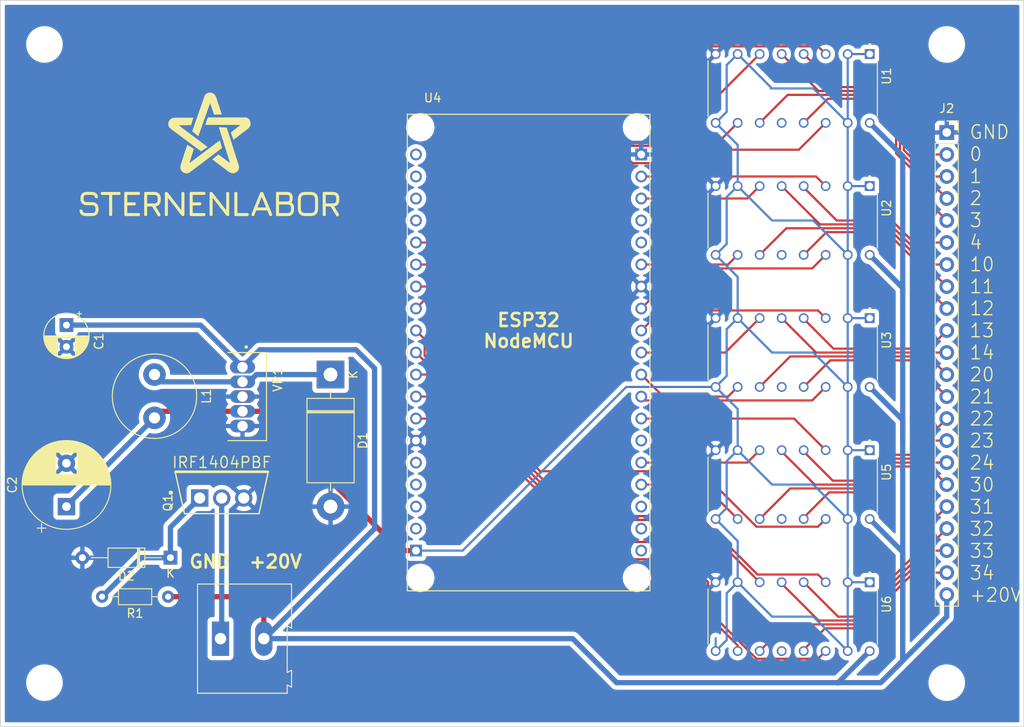
<source format=kicad_pcb>
(kicad_pcb (version 20211014) (generator pcbnew)
  (title_block (title "Vintage LED Clock Mainbord") (date "2023-04-15") (rev "1.1") (company "Sternenlabor e. V.") (comment 1 "André Fiedler <mail@andrefiedler.de>"))
  (layers (0 "F.Cu" signal) (31 "B.Cu" signal) (34 "B.Paste" user) (35 "F.Paste" user) (36 "B.SilkS" user "B.Silkscreen") (37 "F.SilkS" user "F.Silkscreen") (38 "B.Mask" user) (39 "F.Mask" user) (44 "Edge.Cuts" user))
  (net 0 "")
  (net 1 "+VDC")
  (net 2 "GND")
  (net 3 "+5V")
  (net 4 "Net-(D1-Pad1)")
  (net 5 "0")
  (net 6 "1")
  (net 7 "2")
  (net 8 "3")
  (net 9 "Net-(U2-Pad3)")
  (net 10 "4")
  (net 11 "10")
  (net 12 "Net-(U2-Pad6)")
  (net 13 "Net-(U2-Pad10)")
  (net 14 "11")
  (net 15 "12")
  (net 16 "Net-(U2-Pad14)")
  (net 17 "Net-(U3-Pad3)")
  (net 18 "13")
  (net 19 "14")
  (net 20 "Net-(U3-Pad6)")
  (net 21 "Net-(U3-Pad10)")
  (net 22 "20")
  (net 23 "21")
  (net 24 "Net-(U3-Pad14)")
  (net 25 "22")
  (net 26 "23")
  (net 27 "24")
  (net 28 "30")
  (net 29 "31")
  (net 30 "32")
  (net 31 "33")
  (net 32 "34")
  (net 47 "Net-(U4-PadJ4_16)")
  (net 48 "Net-(U4-PadJ4_15)")
  (net 49 "Net-(U4-PadJ4_13)")
  (net 50 "Net-(U4-PadJ5_11)")
  (net 51 "Net-(U4-PadJ5_9)")
  (net 52 "Net-(U4-PadJ5_7)")
  (net 53 "Net-(D2-Pad1)")
  (net 54 "Net-(J1-Pad1)")
  (net 55 "Net-(U1-Pad3)")
  (net 56 "Net-(U1-Pad6)")
  (net 57 "Net-(U1-Pad10)")
  (net 58 "Net-(U1-Pad14)")
  (net 59 "Net-(U4-PadJ5_10)")
  (net 60 "Net-(U4-PadJ5_8)")
  (footprint "LM2576T-5.0:TO170P1067X483X1651-5" (layer "F.Cu") (at 152.4 88.9 -90)
    (fp_text reference "VR1" (at -1.955 -4.055 90) (layer "F.SilkS"))
    (fp_text value "LM2576T-5.0")
    (pad "1" thru_hole oval locked (at -3.4 0 270) (size 1.45 2.9) (drill 1.2) (layers *.Cu *.Mask) (net 1 "+VDC"))
    (pad "2" thru_hole oval locked (at -1.7 0 270) (size 1.45 2.9) (drill 1.2) (layers *.Cu *.Mask) (net 4 "Net-(D1-Pad1)"))
    (pad "3" thru_hole oval locked (at 0 0 270) (size 1.45 2.9) (drill 1.2) (layers *.Cu *.Mask) (net 2 "GND"))
    (pad "4" thru_hole oval locked (at 1.7 0 270) (size 1.45 2.9) (drill 1.2) (layers *.Cu *.Mask) (net 3 "+5V"))
    (pad "5" thru_hole oval locked (at 3.4 0 270) (size 1.45 2.9) (drill 1.2) (layers *.Cu *.Mask) (net 2 "GND"))
  )
  (footprint "MountingHole:MountingHole_3.2mm_M3" (layer "F.Cu") (at 129.54 48.26)
    (fp_text reference "H1" hide)
    (fp_text value "MountingHole" hide)
    (pad "" np_thru_hole circle (at 0 0) (size 3.2 3.2) (drill 3.2) (layers *.Cu *.Mask))
  )
  (footprint "CD40109BE:DIP794W45P254L1969H508Q16" (layer "F.Cu") (at 215.9 83.82 -90)
    (fp_text reference "U3" (at -1.425 -10.835 90) (layer "F.SilkS"))
    (fp_text value "CD40109BE")
    (pad "1" thru_hole rect locked (at -3.97 -8.89 270) (size 1.13 1.13) (drill 0.78) (layers *.Cu *.Mask) (net 3 "+5V"))
    (pad "2" thru_hole circle locked (at -3.97 -6.35 270) (size 1.13 1.13) (drill 0.78) (layers *.Cu *.Mask) (net 3 "+5V"))
    (pad "3" thru_hole circle locked (at -3.97 -3.81 270) (size 1.13 1.13) (drill 0.78) (layers *.Cu *.Mask) (net 17 "Net-(U3-Pad3)"))
    (pad "4" thru_hole circle locked (at -3.97 -1.27 270) (size 1.13 1.13) (drill 0.78) (layers *.Cu *.Mask) (net 18 "13"))
    (pad "5" thru_hole circle locked (at -3.97 1.27 270) (size 1.13 1.13) (drill 0.78) (layers *.Cu *.Mask) (net 19 "14"))
    (pad "6" thru_hole circle locked (at -3.97 3.81 270) (size 1.13 1.13) (drill 0.78) (layers *.Cu *.Mask) (net 20 "Net-(U3-Pad6)"))
    (pad "7" thru_hole circle locked (at -3.97 6.35 270) (size 1.13 1.13) (drill 0.78) (layers *.Cu *.Mask) (net 3 "+5V"))
    (pad "8" thru_hole circle locked (at -3.97 8.89 270) (size 1.13 1.13) (drill 0.78) (layers *.Cu *.Mask) (net 2 "GND"))
    (pad "9" thru_hole circle locked (at 3.97 8.89 270) (size 1.13 1.13) (drill 0.78) (layers *.Cu *.Mask) (net 3 "+5V"))
    (pad "10" thru_hole circle locked (at 3.97 6.35 270) (size 1.13 1.13) (drill 0.78) (layers *.Cu *.Mask) (net 21 "Net-(U3-Pad10)"))
    (pad "11" thru_hole circle locked (at 3.97 3.81 270) (size 1.13 1.13) (drill 0.78) (layers *.Cu *.Mask) (net 22 "20"))
    (pad "12" thru_hole circle locked (at 3.97 1.27 270) (size 1.13 1.13) (drill 0.78) (layers *.Cu *.Mask))
    (pad "13" thru_hole circle locked (at 3.97 -1.27 270) (size 1.13 1.13) (drill 0.78) (layers *.Cu *.Mask) (net 23 "21"))
    (pad "14" thru_hole circle locked (at 3.97 -3.81 270) (size 1.13 1.13) (drill 0.78) (layers *.Cu *.Mask) (net 24 "Net-(U3-Pad14)"))
    (pad "15" thru_hole circle locked (at 3.97 -6.35 270) (size 1.13 1.13) (drill 0.78) (layers *.Cu *.Mask) (net 3 "+5V"))
    (pad "16" thru_hole circle locked (at 3.97 -8.89 270) (size 1.13 1.13) (drill 0.78) (layers *.Cu *.Mask) (net 1 "+VDC"))
  )
  (footprint "Connector_PinSocket_2.54mm:PinSocket_1x22_P2.54mm_Vertical" (layer "F.Cu") (at 233.68 58.42)
    (fp_text reference "J2" (at 0 -2.77) (layer "F.SilkS"))
    (fp_text value "Conn_01x22_Female" hide)
    (pad "1" thru_hole rect (at 0 0) (size 1.7 1.7) (drill 1) (layers *.Cu *.Mask) (net 2 "GND"))
    (pad "2" thru_hole oval (at 0 2.54) (size 1.7 1.7) (drill 1) (layers *.Cu *.Mask) (net 5 "0"))
    (pad "3" thru_hole oval (at 0 5.08) (size 1.7 1.7) (drill 1) (layers *.Cu *.Mask) (net 6 "1"))
    (pad "4" thru_hole oval (at 0 7.62) (size 1.7 1.7) (drill 1) (layers *.Cu *.Mask) (net 7 "2"))
    (pad "5" thru_hole oval (at 0 10.16) (size 1.7 1.7) (drill 1) (layers *.Cu *.Mask) (net 8 "3"))
    (pad "6" thru_hole oval (at 0 12.7) (size 1.7 1.7) (drill 1) (layers *.Cu *.Mask) (net 10 "4"))
    (pad "7" thru_hole oval (at 0 15.24) (size 1.7 1.7) (drill 1) (layers *.Cu *.Mask) (net 11 "10"))
    (pad "8" thru_hole oval (at 0 17.78) (size 1.7 1.7) (drill 1) (layers *.Cu *.Mask) (net 14 "11"))
    (pad "9" thru_hole oval (at 0 20.32) (size 1.7 1.7) (drill 1) (layers *.Cu *.Mask) (net 15 "12"))
    (pad "10" thru_hole oval (at 0 22.86) (size 1.7 1.7) (drill 1) (layers *.Cu *.Mask) (net 18 "13"))
    (pad "11" thru_hole oval (at 0 25.4) (size 1.7 1.7) (drill 1) (layers *.Cu *.Mask) (net 19 "14"))
    (pad "12" thru_hole oval (at 0 27.94) (size 1.7 1.7) (drill 1) (layers *.Cu *.Mask) (net 22 "20"))
    (pad "13" thru_hole oval (at 0 30.48) (size 1.7 1.7) (drill 1) (layers *.Cu *.Mask) (net 23 "21"))
    (pad "14" thru_hole oval (at 0 33.02) (size 1.7 1.7) (drill 1) (layers *.Cu *.Mask) (net 25 "22"))
    (pad "15" thru_hole oval (at 0 35.56) (size 1.7 1.7) (drill 1) (layers *.Cu *.Mask) (net 26 "23"))
    (pad "16" thru_hole oval (at 0 38.1) (size 1.7 1.7) (drill 1) (layers *.Cu *.Mask) (net 27 "24"))
    (pad "17" thru_hole oval (at 0 40.64) (size 1.7 1.7) (drill 1) (layers *.Cu *.Mask) (net 28 "30"))
    (pad "18" thru_hole oval (at 0 43.18) (size 1.7 1.7) (drill 1) (layers *.Cu *.Mask) (net 29 "31"))
    (pad "19" thru_hole oval (at 0 45.72) (size 1.7 1.7) (drill 1) (layers *.Cu *.Mask) (net 30 "32"))
    (pad "20" thru_hole oval (at 0 48.26) (size 1.7 1.7) (drill 1) (layers *.Cu *.Mask) (net 31 "33"))
    (pad "21" thru_hole oval (at 0 50.8) (size 1.7 1.7) (drill 1) (layers *.Cu *.Mask) (net 32 "34"))
    (pad "22" thru_hole oval (at 0 53.34) (size 1.7 1.7) (drill 1) (layers *.Cu *.Mask) (net 1 "+VDC"))
  )
  (footprint "Resistor_THT:R_Axial_DIN0204_L3.6mm_D1.6mm_P7.62mm_Horizontal" (layer "F.Cu") (at 143.81 112 180)
    (fp_text reference "R1" (at 3.81 -1.92) (layer "F.SilkS"))
    (fp_text value "100k")
    (pad "1" thru_hole circle (at 0 0 180) (size 1.4 1.4) (drill 0.7) (layers *.Cu *.Mask) (net 1 "+VDC"))
    (pad "2" thru_hole oval (at 7.62 0 180) (size 1.4 1.4) (drill 0.7) (layers *.Cu *.Mask) (net 53 "Net-(D2-Pad1)"))
  )
  (footprint "CD40109BE:DIP794W45P254L1969H508Q16" (layer "F.Cu") (at 215.9 68.58 -90)
    (fp_text reference "U2" (at -1.425 -10.835 90) (layer "F.SilkS"))
    (fp_text value "CD40109BE")
    (pad "1" thru_hole rect locked (at -3.97 -8.89 270) (size 1.13 1.13) (drill 0.78) (layers *.Cu *.Mask) (net 3 "+5V"))
    (pad "2" thru_hole circle locked (at -3.97 -6.35 270) (size 1.13 1.13) (drill 0.78) (layers *.Cu *.Mask) (net 3 "+5V"))
    (pad "3" thru_hole circle locked (at -3.97 -3.81 270) (size 1.13 1.13) (drill 0.78) (layers *.Cu *.Mask) (net 9 "Net-(U2-Pad3)"))
    (pad "4" thru_hole circle locked (at -3.97 -1.27 270) (size 1.13 1.13) (drill 0.78) (layers *.Cu *.Mask) (net 10 "4"))
    (pad "5" thru_hole circle locked (at -3.97 1.27 270) (size 1.13 1.13) (drill 0.78) (layers *.Cu *.Mask) (net 11 "10"))
    (pad "6" thru_hole circle locked (at -3.97 3.81 270) (size 1.13 1.13) (drill 0.78) (layers *.Cu *.Mask) (net 12 "Net-(U2-Pad6)"))
    (pad "7" thru_hole circle locked (at -3.97 6.35 270) (size 1.13 1.13) (drill 0.78) (layers *.Cu *.Mask) (net 3 "+5V"))
    (pad "8" thru_hole circle locked (at -3.97 8.89 270) (size 1.13 1.13) (drill 0.78) (layers *.Cu *.Mask) (net 2 "GND"))
    (pad "9" thru_hole circle locked (at 3.97 8.89 270) (size 1.13 1.13) (drill 0.78) (layers *.Cu *.Mask) (net 3 "+5V"))
    (pad "10" thru_hole circle locked (at 3.97 6.35 270) (size 1.13 1.13) (drill 0.78) (layers *.Cu *.Mask) (net 13 "Net-(U2-Pad10)"))
    (pad "11" thru_hole circle locked (at 3.97 3.81 270) (size 1.13 1.13) (drill 0.78) (layers *.Cu *.Mask) (net 14 "11"))
    (pad "12" thru_hole circle locked (at 3.97 1.27 270) (size 1.13 1.13) (drill 0.78) (layers *.Cu *.Mask))
    (pad "13" thru_hole circle locked (at 3.97 -1.27 270) (size 1.13 1.13) (drill 0.78) (layers *.Cu *.Mask) (net 15 "12"))
    (pad "14" thru_hole circle locked (at 3.97 -3.81 270) (size 1.13 1.13) (drill 0.78) (layers *.Cu *.Mask) (net 16 "Net-(U2-Pad14)"))
    (pad "15" thru_hole circle locked (at 3.97 -6.35 270) (size 1.13 1.13) (drill 0.78) (layers *.Cu *.Mask) (net 3 "+5V"))
    (pad "16" thru_hole circle locked (at 3.97 -8.89 270) (size 1.13 1.13) (drill 0.78) (layers *.Cu *.Mask) (net 1 "+VDC"))
  )
  (footprint "Capacitor_THT:CP_Radial_D5.0mm_P2.50mm" (layer "F.Cu") (at 132.08 80.65 -90)
    (fp_text reference "C1" (at 1.88 -3.75 90) (layer "F.SilkS"))
    (fp_text value "100uF")
    (pad "1" thru_hole rect (at 0 0 270) (size 1.6 1.6) (drill 0.8) (layers *.Cu *.Mask) (net 1 "+VDC"))
    (pad "2" thru_hole circle (at 2.5 0 270) (size 1.6 1.6) (drill 0.8) (layers *.Cu *.Mask) (net 2 "GND"))
  )
  (footprint "Inductor_THT:L_Radial_D9.5mm_P5.00mm_Fastron_07HVP" (layer "F.Cu") (at 142.24 86.36 -90)
    (fp_text reference "L1" (at 2.5 -6 90) (layer "F.SilkS"))
    (fp_text value "100uH")
    (pad "1" thru_hole circle (at 0 0 270) (size 2.6 2.6) (drill 1.3) (layers *.Cu *.Mask) (net 4 "Net-(D1-Pad1)"))
    (pad "2" thru_hole circle (at 5 0 270) (size 2.6 2.6) (drill 1.3) (layers *.Cu *.Mask) (net 3 "+5V"))
  )
  (footprint "TerminalBlock:TerminalBlock_Altech_AK300-2_P5.00mm" (layer "F.Cu") (at 149.86 116.84)
    (fp_text reference "J1" hide)
    (fp_text value "Screw_Terminal_01x02" hide)
    (pad "1" thru_hole rect (at 0 0) (size 1.98 3.96) (drill 1.32) (layers *.Cu *.Mask) (net 54 "Net-(J1-Pad1)"))
    (pad "2" thru_hole oval (at 5 0) (size 1.98 3.96) (drill 1.32) (layers *.Cu *.Mask) (net 1 "+VDC"))
  )
  (footprint "CD40109BE:DIP794W45P254L1969H508Q16" (layer "F.Cu") (at 215.9 53.34 -90)
    (fp_text reference "U1" (at -1.425 -10.835 90) (layer "F.SilkS"))
    (fp_text value "CD40109BE")
    (pad "1" thru_hole rect locked (at -3.97 -8.89 270) (size 1.13 1.13) (drill 0.78) (layers *.Cu *.Mask) (net 3 "+5V"))
    (pad "2" thru_hole circle locked (at -3.97 -6.35 270) (size 1.13 1.13) (drill 0.78) (layers *.Cu *.Mask) (net 3 "+5V"))
    (pad "3" thru_hole circle locked (at -3.97 -3.81 270) (size 1.13 1.13) (drill 0.78) (layers *.Cu *.Mask) (net 55 "Net-(U1-Pad3)"))
    (pad "4" thru_hole circle locked (at -3.97 -1.27 270) (size 1.13 1.13) (drill 0.78) (layers *.Cu *.Mask) (net 5 "0"))
    (pad "5" thru_hole circle locked (at -3.97 1.27 270) (size 1.13 1.13) (drill 0.78) (layers *.Cu *.Mask) (net 6 "1"))
    (pad "6" thru_hole circle locked (at -3.97 3.81 270) (size 1.13 1.13) (drill 0.78) (layers *.Cu *.Mask) (net 56 "Net-(U1-Pad6)"))
    (pad "7" thru_hole circle locked (at -3.97 6.35 270) (size 1.13 1.13) (drill 0.78) (layers *.Cu *.Mask) (net 3 "+5V"))
    (pad "8" thru_hole circle locked (at -3.97 8.89 270) (size 1.13 1.13) (drill 0.78) (layers *.Cu *.Mask) (net 2 "GND"))
    (pad "9" thru_hole circle locked (at 3.97 8.89 270) (size 1.13 1.13) (drill 0.78) (layers *.Cu *.Mask) (net 3 "+5V"))
    (pad "10" thru_hole circle locked (at 3.97 6.35 270) (size 1.13 1.13) (drill 0.78) (layers *.Cu *.Mask) (net 57 "Net-(U1-Pad10)"))
    (pad "11" thru_hole circle locked (at 3.97 3.81 270) (size 1.13 1.13) (drill 0.78) (layers *.Cu *.Mask) (net 7 "2"))
    (pad "12" thru_hole circle locked (at 3.97 1.27 270) (size 1.13 1.13) (drill 0.78) (layers *.Cu *.Mask))
    (pad "13" thru_hole circle locked (at 3.97 -1.27 270) (size 1.13 1.13) (drill 0.78) (layers *.Cu *.Mask) (net 8 "3"))
    (pad "14" thru_hole circle locked (at 3.97 -3.81 270) (size 1.13 1.13) (drill 0.78) (layers *.Cu *.Mask) (net 58 "Net-(U1-Pad14)"))
    (pad "15" thru_hole circle locked (at 3.97 -6.35 270) (size 1.13 1.13) (drill 0.78) (layers *.Cu *.Mask) (net 3 "+5V"))
    (pad "16" thru_hole circle locked (at 3.97 -8.89 270) (size 1.13 1.13) (drill 0.78) (layers *.Cu *.Mask) (net 1 "+VDC"))
  )
  (footprint "Diode_THT:D_DO-35_SOD27_P10.16mm_Horizontal" (layer "F.Cu") (at 144.08 107.5 180)
    (fp_text reference "D2" (at 5.08 -2.12) (layer "F.SilkS"))
    (fp_text value "ZPD15")
    (fp_text user "K" (at 0 -1.8) (layer "F.SilkS"))
    (pad "1" thru_hole rect (at 0 0 180) (size 1.6 1.6) (drill 0.8) (layers *.Cu *.Mask) (net 53 "Net-(D2-Pad1)"))
    (pad "2" thru_hole oval (at 10.16 0 180) (size 1.6 1.6) (drill 0.8) (layers *.Cu *.Mask) (net 2 "GND"))
  )
  (footprint "MountingHole:MountingHole_3.2mm_M3" (layer "F.Cu") (at 129.54 121.92)
    (fp_text reference "H3" hide)
    (fp_text value "MountingHole" hide)
    (pad "" np_thru_hole circle (at 0 0) (size 3.2 3.2) (drill 3.2) (layers *.Cu *.Mask))
  )
  (footprint "MountingHole:MountingHole_3.2mm_M3" (layer "F.Cu") (at 233.68 121.92)
    (fp_text reference "H4" hide)
    (fp_text value "MountingHole" hide)
    (pad "" np_thru_hole circle (at 0 0) (size 3.2 3.2) (drill 3.2) (layers *.Cu *.Mask))
  )
  (footprint "CD40109BE:DIP794W45P254L1969H508Q16" (layer "F.Cu") (at 215.9 114.3 -90)
    (fp_text reference "U6" (at -1.425 -10.835 90) (layer "F.SilkS"))
    (fp_text value "CD40109BE")
    (pad "1" thru_hole rect locked (at -3.97 -8.89 270) (size 1.13 1.13) (drill 0.78) (layers *.Cu *.Mask) (net 3 "+5V"))
    (pad "2" thru_hole circle locked (at -3.97 -6.35 270) (size 1.13 1.13) (drill 0.78) (layers *.Cu *.Mask) (net 3 "+5V"))
    (pad "3" thru_hole circle locked (at -3.97 -3.81 270) (size 1.13 1.13) (drill 0.78) (layers *.Cu *.Mask) (net 59 "Net-(U4-PadJ5_10)"))
    (pad "4" thru_hole circle locked (at -3.97 -1.27 270) (size 1.13 1.13) (drill 0.78) (layers *.Cu *.Mask) (net 29 "31"))
    (pad "5" thru_hole circle locked (at -3.97 1.27 270) (size 1.13 1.13) (drill 0.78) (layers *.Cu *.Mask) (net 30 "32"))
    (pad "6" thru_hole circle locked (at -3.97 3.81 270) (size 1.13 1.13) (drill 0.78) (layers *.Cu *.Mask) (net 51 "Net-(U4-PadJ5_9)"))
    (pad "7" thru_hole circle locked (at -3.97 6.35 270) (size 1.13 1.13) (drill 0.78) (layers *.Cu *.Mask) (net 3 "+5V"))
    (pad "8" thru_hole circle locked (at -3.97 8.89 270) (size 1.13 1.13) (drill 0.78) (layers *.Cu *.Mask) (net 2 "GND"))
    (pad "9" thru_hole circle locked (at 3.97 8.89 270) (size 1.13 1.13) (drill 0.78) (layers *.Cu *.Mask) (net 3 "+5V"))
    (pad "10" thru_hole circle locked (at 3.97 6.35 270) (size 1.13 1.13) (drill 0.78) (layers *.Cu *.Mask) (net 52 "Net-(U4-PadJ5_7)"))
    (pad "11" thru_hole circle locked (at 3.97 3.81 270) (size 1.13 1.13) (drill 0.78) (layers *.Cu *.Mask) (net 31 "33"))
    (pad "12" thru_hole circle locked (at 3.97 1.27 270) (size 1.13 1.13) (drill 0.78) (layers *.Cu *.Mask))
    (pad "13" thru_hole circle locked (at 3.97 -1.27 270) (size 1.13 1.13) (drill 0.78) (layers *.Cu *.Mask) (net 32 "34"))
    (pad "14" thru_hole circle locked (at 3.97 -3.81 270) (size 1.13 1.13) (drill 0.78) (layers *.Cu *.Mask) (net 60 "Net-(U4-PadJ5_8)"))
    (pad "15" thru_hole circle locked (at 3.97 -6.35 270) (size 1.13 1.13) (drill 0.78) (layers *.Cu *.Mask) (net 3 "+5V"))
    (pad "16" thru_hole circle locked (at 3.97 -8.89 270) (size 1.13 1.13) (drill 0.78) (layers *.Cu *.Mask) (net 1 "+VDC"))
  )
  (footprint "IRF1404PBF:Infineon_Technologies-PG-TO220-3-02_2008-904-MFG" (layer "F.Cu") (at 150 100 90)
    (fp_text reference "Q1" (at -2.265 -6.2 90) (layer "F.SilkS") (effects (justify left)))
    (fp_text value "IRF1404PBF" (at 3.5 0 180) (layer "F.SilkS") (effects (font (size 1.27 1.27))))
    (pad "1" thru_hole rect locked (at -0.61 -2.54 90) (size 2 2) (drill 1.3) (layers *.Cu) (net 53 "Net-(D2-Pad1)"))
    (pad "2" thru_hole circle locked (at -0.61 0 90) (size 2 2) (drill 1.3) (layers *.Cu) (net 54 "Net-(J1-Pad1)"))
    (pad "3" thru_hole circle locked (at -0.61 2.54 90) (size 2 2) (drill 1.3) (layers *.Cu) (net 2 "GND"))
  )
  (footprint "MODULE_ESP32_NODEMCU:MODULE_ESP32_NODEMCU" (layer "F.Cu") (at 185.42 83.82)
    (fp_text reference "U4" (at -11.075 -29.385) (layer "F.SilkS"))
    (fp_text value "ESP32_NODEMCU")
    (pad "" np_thru_hole circle locked (at -12.5 -26) (size 2.25 2.25) (drill 2.25) (layers *.Cu *.Mask))
    (pad "" np_thru_hole circle locked (at 12.5 26) (size 2.25 2.25) (drill 2.25) (layers *.Cu *.Mask))
    (pad "" np_thru_hole circle locked (at 12.5 -26) (size 2.25 2.25) (drill 2.25) (layers *.Cu *.Mask))
    (pad "" np_thru_hole circle locked (at -12.5 26) (size 2.25 2.25) (drill 2.25) (layers *.Cu *.Mask))
    (pad "J4_1" thru_hole rect locked (at 13 -22.86) (size 1.35 1.35) (drill 0.9) (layers *.Cu *.Mask) (net 2 "GND"))
    (pad "J4_2" thru_hole circle locked (at 13 -20.32) (size 1.35 1.35) (drill 0.9) (layers *.Cu *.Mask) (net 9 "Net-(U2-Pad3)"))
    (pad "J4_3" thru_hole circle locked (at 13 -17.78) (size 1.35 1.35) (drill 0.9) (layers *.Cu *.Mask) (net 12 "Net-(U2-Pad6)"))
    (pad "J4_4" thru_hole circle locked (at 13 -15.24) (size 1.35 1.35) (drill 0.9) (layers *.Cu *.Mask))
    (pad "J4_5" thru_hole circle locked (at 13 -12.7) (size 1.35 1.35) (drill 0.9) (layers *.Cu *.Mask))
    (pad "J4_6" thru_hole circle locked (at 13 -10.16) (size 1.35 1.35) (drill 0.9) (layers *.Cu *.Mask) (net 13 "Net-(U2-Pad10)"))
    (pad "J4_7" thru_hole circle locked (at 13 -7.62) (size 1.35 1.35) (drill 0.9) (layers *.Cu *.Mask) (net 2 "GND"))
    (pad "J4_8" thru_hole circle locked (at 13 -5.08) (size 1.35 1.35) (drill 0.9) (layers *.Cu *.Mask) (net 16 "Net-(U2-Pad14)"))
    (pad "J4_9" thru_hole circle locked (at 13 -2.54) (size 1.35 1.35) (drill 0.9) (layers *.Cu *.Mask) (net 17 "Net-(U3-Pad3)"))
    (pad "J4_10" thru_hole circle locked (at 13 0) (size 1.35 1.35) (drill 0.9) (layers *.Cu *.Mask) (net 20 "Net-(U3-Pad6)"))
    (pad "J4_11" thru_hole circle locked (at 13 2.54) (size 1.35 1.35) (drill 0.9) (layers *.Cu *.Mask) (net 21 "Net-(U3-Pad10)"))
    (pad "J4_12" thru_hole circle locked (at 13 5.08) (size 1.35 1.35) (drill 0.9) (layers *.Cu *.Mask) (net 24 "Net-(U3-Pad14)"))
    (pad "J4_13" thru_hole circle locked (at 13 7.62) (size 1.35 1.35) (drill 0.9) (layers *.Cu *.Mask) (net 49 "Net-(U4-PadJ4_13)"))
    (pad "J4_14" thru_hole circle locked (at 13 10.16) (size 1.35 1.35) (drill 0.9) (layers *.Cu *.Mask))
    (pad "J4_15" thru_hole circle locked (at 13 12.7) (size 1.35 1.35) (drill 0.9) (layers *.Cu *.Mask) (net 48 "Net-(U4-PadJ4_15)"))
    (pad "J4_16" thru_hole circle locked (at 13 15.24) (size 1.35 1.35) (drill 0.9) (layers *.Cu *.Mask) (net 47 "Net-(U4-PadJ4_16)"))
    (pad "J4_17" thru_hole circle locked (at 13 17.78) (size 1.35 1.35) (drill 0.9) (layers *.Cu *.Mask))
    (pad "J4_18" thru_hole circle locked (at 13 20.32) (size 1.35 1.35) (drill 0.9) (layers *.Cu *.Mask))
    (pad "J4_19" thru_hole circle locked (at 13 22.86) (size 1.35 1.35) (drill 0.9) (layers *.Cu *.Mask))
    (pad "J5_1" thru_hole rect locked (at -13 22.86) (size 1.35 1.35) (drill 0.9) (layers *.Cu *.Mask) (net 3 "+5V"))
    (pad "J5_2" thru_hole circle locked (at -13 20.32) (size 1.35 1.35) (drill 0.9) (layers *.Cu *.Mask))
    (pad "J5_3" thru_hole circle locked (at -13 17.78) (size 1.35 1.35) (drill 0.9) (layers *.Cu *.Mask))
    (pad "J5_4" thru_hole circle locked (at -13 15.24) (size 1.35 1.35) (drill 0.9) (layers *.Cu *.Mask))
    (pad "J5_5" thru_hole circle locked (at -13 12.7) (size 1.35 1.35) (drill 0.9) (layers *.Cu *.Mask))
    (pad "J5_6" thru_hole circle locked (at -13 10.16) (size 1.35 1.35) (drill 0.9) (layers *.Cu *.Mask) (net 2 "GND"))
    (pad "J5_7" thru_hole circle locked (at -13 7.62) (size 1.35 1.35) (drill 0.9) (layers *.Cu *.Mask) (net 52 "Net-(U4-PadJ5_7)"))
    (pad "J5_8" thru_hole circle locked (at -13 5.08) (size 1.35 1.35) (drill 0.9) (layers *.Cu *.Mask) (net 60 "Net-(U4-PadJ5_8)"))
    (pad "J5_9" thru_hole circle locked (at -13 2.54) (size 1.35 1.35) (drill 0.9) (layers *.Cu *.Mask) (net 51 "Net-(U4-PadJ5_9)"))
    (pad "J5_10" thru_hole circle locked (at -13 0) (size 1.35 1.35) (drill 0.9) (layers *.Cu *.Mask) (net 59 "Net-(U4-PadJ5_10)"))
    (pad "J5_11" thru_hole circle locked (at -13 -2.54) (size 1.35 1.35) (drill 0.9) (layers *.Cu *.Mask) (net 50 "Net-(U4-PadJ5_11)"))
    (pad "J5_12" thru_hole circle locked (at -13 -5.08) (size 1.35 1.35) (drill 0.9) (layers *.Cu *.Mask) (net 58 "Net-(U1-Pad14)"))
    (pad "J5_13" thru_hole circle locked (at -13 -7.62) (size 1.35 1.35) (drill 0.9) (layers *.Cu *.Mask) (net 57 "Net-(U1-Pad10)"))
    (pad "J5_14" thru_hole circle locked (at -13 -10.16) (size 1.35 1.35) (drill 0.9) (layers *.Cu *.Mask) (net 56 "Net-(U1-Pad6)"))
    (pad "J5_15" thru_hole circle locked (at -13 -12.7) (size 1.35 1.35) (drill 0.9) (layers *.Cu *.Mask) (net 55 "Net-(U1-Pad3)"))
    (pad "J5_16" thru_hole circle locked (at -13 -15.24) (size 1.35 1.35) (drill 0.9) (layers *.Cu *.Mask))
    (pad "J5_17" thru_hole circle locked (at -13 -17.78) (size 1.35 1.35) (drill 0.9) (layers *.Cu *.Mask))
    (pad "J5_18" thru_hole circle locked (at -13 -20.32) (size 1.35 1.35) (drill 0.9) (layers *.Cu *.Mask))
    (pad "J5_19" thru_hole circle locked (at -13 -22.86) (size 1.35 1.35) (drill 0.9) (layers *.Cu *.Mask))
  )
  (footprint "MountingHole:MountingHole_3.2mm_M3" (layer "F.Cu") (at 233.68 48.26)
    (fp_text reference "H2" hide)
    (fp_text value "MountingHole" hide)
    (pad "" np_thru_hole circle (at 0 0) (size 3.2 3.2) (drill 3.2) (layers *.Cu *.Mask))
  )
  (footprint "Capacitor_THT:CP_Radial_D10.0mm_P5.00mm" (layer "F.Cu") (at 132.08 101.6 90)
    (fp_text reference "C2" (at 2.5 -6.25 90) (layer "F.SilkS"))
    (fp_text value "1000uF")
    (pad "1" thru_hole rect (at 0 0 90) (size 2 2) (drill 1) (layers *.Cu *.Mask) (net 3 "+5V"))
    (pad "2" thru_hole circle (at 5 0 90) (size 2 2) (drill 1) (layers *.Cu *.Mask) (net 2 "GND"))
  )
  (footprint "LOGO" (layer "F.Cu") (at 148.59 60.96)
    (fp_text reference "G***" hide)
    (fp_text value "LOGO" hide)
  )
  (footprint "Diode_THT:D_DO-201AD_P15.24mm_Horizontal" (layer "F.Cu") (at 162.56 86.36 -90)
    (fp_text reference "D1" (at 7.62 -3.72 90) (layer "F.SilkS"))
    (fp_text value "1N5822")
    (fp_text user "K" (at 0 -2.6 90) (layer "F.SilkS"))
    (pad "1" thru_hole rect (at 0 0 270) (size 3.2 3.2) (drill 1.6) (layers *.Cu *.Mask) (net 4 "Net-(D1-Pad1)"))
    (pad "2" thru_hole oval (at 15.24 0 270) (size 3.2 3.2) (drill 1.6) (layers *.Cu *.Mask) (net 2 "GND"))
  )
  (footprint "CD40109BE:DIP794W45P254L1969H508Q16" (layer "F.Cu") (at 215.9 99.06 -90)
    (fp_text reference "U5" (at -1.425 -10.835 90) (layer "F.SilkS"))
    (fp_text value "CD40109BE")
    (pad "1" thru_hole rect locked (at -3.97 -8.89 270) (size 1.13 1.13) (drill 0.78) (layers *.Cu *.Mask) (net 3 "+5V"))
    (pad "2" thru_hole circle locked (at -3.97 -6.35 270) (size 1.13 1.13) (drill 0.78) (layers *.Cu *.Mask) (net 3 "+5V"))
    (pad "3" thru_hole circle locked (at -3.97 -3.81 270) (size 1.13 1.13) (drill 0.78) (layers *.Cu *.Mask) (net 49 "Net-(U4-PadJ4_13)"))
    (pad "4" thru_hole circle locked (at -3.97 -1.27 270) (size 1.13 1.13) (drill 0.78) (layers *.Cu *.Mask) (net 25 "22"))
    (pad "5" thru_hole circle locked (at -3.97 1.27 270) (size 1.13 1.13) (drill 0.78) (layers *.Cu *.Mask) (net 26 "23"))
    (pad "6" thru_hole circle locked (at -3.97 3.81 270) (size 1.13 1.13) (drill 0.78) (layers *.Cu *.Mask) (net 48 "Net-(U4-PadJ4_15)"))
    (pad "7" thru_hole circle locked (at -3.97 6.35 270) (size 1.13 1.13) (drill 0.78) (layers *.Cu *.Mask) (net 3 "+5V"))
    (pad "8" thru_hole circle locked (at -3.97 8.89 270) (size 1.13 1.13) (drill 0.78) (layers *.Cu *.Mask) (net 2 "GND"))
    (pad "9" thru_hole circle locked (at 3.97 8.89 270) (size 1.13 1.13) (drill 0.78) (layers *.Cu *.Mask) (net 3 "+5V"))
    (pad "10" thru_hole circle locked (at 3.97 6.35 270) (size 1.13 1.13) (drill 0.78) (layers *.Cu *.Mask) (net 47 "Net-(U4-PadJ4_16)"))
    (pad "11" thru_hole circle locked (at 3.97 3.81 270) (size 1.13 1.13) (drill 0.78) (layers *.Cu *.Mask) (net 27 "24"))
    (pad "12" thru_hole circle locked (at 3.97 1.27 270) (size 1.13 1.13) (drill 0.78) (layers *.Cu *.Mask))
    (pad "13" thru_hole circle locked (at 3.97 -1.27 270) (size 1.13 1.13) (drill 0.78) (layers *.Cu *.Mask) (net 28 "30"))
    (pad "14" thru_hole circle locked (at 3.97 -3.81 270) (size 1.13 1.13) (drill 0.78) (layers *.Cu *.Mask) (net 50 "Net-(U4-PadJ5_11)"))
    (pad "15" thru_hole circle locked (at 3.97 -6.35 270) (size 1.13 1.13) (drill 0.78) (layers *.Cu *.Mask) (net 3 "+5V"))
    (pad "16" thru_hole circle locked (at 3.97 -8.89 270) (size 1.13 1.13) (drill 0.78) (layers *.Cu *.Mask) (net 1 "+VDC"))
  )
  (gr_rect (start 242.57 127) (end 124.46 43.18) (layer "Edge.Cuts") (width 0.1) (fill none))
  (gr_text "Sternenlabor e. V.\nVintage LED CLock \nMainbaord\nVersion 1.1" (at 167.5 122.5) (layer "F.Cu") (effects (font (size 1 1)) (justify left)))
  (gr_text "GND\n0\n1\n2\n3\n4\n10\n11\n12\n13\n14\n20\n21\n22\n23\n24\n30\n31\n32\n33\n34\n+20V" (at 236.22 85.09) (layer "F.SilkS") (effects (font (size 1.58 1.5)) (justify left)))
  (gr_text "+20V" (at 156.21 107.95) (layer "F.SilkS") (effects (font (size 1.5 1.5) (thickness 0.3))))
  (gr_text "ESP32\nNodeMCU\n" (at 185.42 81.28) (layer "F.SilkS") (effects (font (size 1.5 1.5) (thickness 0.3))))
  (gr_text "GND" (at 148.59 107.95) (layer "F.SilkS") (effects (font (size 1.5 1.5) (thickness 0.3))))
  (segment (start 153 112) (end 143.81 112) (width 0.6096) (layer "F.Cu") (net 1))
  (segment (start 154.86 113.86) (end 153 112) (width 0.6096) (layer "F.Cu") (net 1))
  (segment (start 154.86 116.84) (end 154.86 113.86) (width 0.6096) (layer "F.Cu") (net 1))
  (segment (start 228.6 119.38) (end 226.06 121.92) (width 0.6096) (layer "B.Cu") (net 1))
  (segment (start 220.98 121.92) (end 195.58 121.92) (width 0.6096) (layer "B.Cu") (net 1))
  (segment (start 233.68 111.76) (end 233.68 114.3) (width 0.6096) (layer "B.Cu") (net 1))
  (segment (start 167.64 85.64) (end 165.5 83.5) (width 0.6096) (layer "B.Cu") (net 1))
  (segment (start 224.79 87.79) (end 228.6 91.6) (width 0.6096) (layer "B.Cu") (net 1))
  (segment (start 190.5 116.84) (end 154.86 116.84) (width 0.6096) (layer "B.Cu") (net 1))
  (segment (start 228.6 91.6) (end 228.6 93.98) (width 0.6096) (layer "B.Cu") (net 1))
  (segment (start 228.6 76.36) (end 228.6 76.9) (width 0.6096) (layer "B.Cu") (net 1))
  (segment (start 154.4 83.5) (end 152.4 85.5) (width 0.6096) (layer "B.Cu") (net 1))
  (segment (start 233.68 114.3) (end 226.06 121.92) (width 0.6096) (layer "B.Cu") (net 1))
  (segment (start 132.08 80.65) (end 147.55 80.65) (width 0.6096) (layer "B.Cu") (net 1))
  (segment (start 224.79 57.31) (end 228.6 61.12) (width 0.6096) (layer "B.Cu") (net 1))
  (segment (start 228.6 106.84) (end 228.6 119.38) (width 0.6096) (layer "B.Cu") (net 1))
  (segment (start 165.5 83.5) (end 154.4 83.5) (width 0.6096) (layer "B.Cu") (net 1))
  (segment (start 228.6 61.12) (end 228.6 76.9) (width 0.6096) (layer "B.Cu") (net 1))
  (segment (start 228.6 93.98) (end 228.6 119.38) (width 0.6096) (layer "B.Cu") (net 1))
  (segment (start 226.06 121.92) (end 220.98 121.92) (width 0.6096) (layer "B.Cu") (net 1))
  (segment (start 228.6 76.9) (end 228.6 93.98) (width 0.6096) (layer "B.Cu") (net 1))
  (segment (start 195.58 121.92) (end 190.5 116.84) (width 0.6096) (layer "B.Cu") (net 1))
  (segment (start 154.86 116.84) (end 154.94 116.84) (width 0.6096) (layer "B.Cu") (net 1))
  (segment (start 154.94 116.84) (end 167.64 104.14) (width 0.6096) (layer "B.Cu") (net 1))
  (segment (start 167.64 104.14) (end 167.64 85.64) (width 0.6096) (layer "B.Cu") (net 1))
  (segment (start 224.79 72.55) (end 228.6 76.36) (width 0.6096) (layer "B.Cu") (net 1))
  (segment (start 221.14 121.92) (end 220.98 121.92) (width 0.6096) (layer "B.Cu") (net 1))
  (segment (start 147.55 80.65) (end 152.4 85.5) (width 0.6096) (layer "B.Cu") (net 1))
  (segment (start 224.79 103.03) (end 228.6 106.84) (width 0.6096) (layer "B.Cu") (net 1))
  (segment (start 224.79 118.27) (end 221.14 121.92) (width 0.6096) (layer "B.Cu") (net 1))
  (segment (start 154.535946 90.6) (end 170.615946 106.68) (width 0.6096) (layer "F.Cu") (net 3))
  (segment (start 152.4 90.6) (end 143 90.6) (width 0.6096) (layer "F.Cu") (net 3))
  (segment (start 143 90.6) (end 142.24 91.36) (width 0.6096) (layer "F.Cu") (net 3))
  (segment (start 170.615946 106.68) (end 172.42 106.68) (width 0.6096) (layer "F.Cu") (net 3))
  (segment (start 152.4 90.6) (end 154.535946 90.6) (width 0.6096) (layer "F.Cu") (net 3))
  (segment (start 209.55 95.09) (end 208.28 96.36) (width 0.25) (layer "B.Cu") (net 3))
  (segment (start 208.28 50.64) (end 208.28 56.04) (width 0.25) (layer "B.Cu") (net 3))
  (segment (start 207.01 118.27) (end 207.01 116.789356) (width 0.25) (layer "B.Cu") (net 3))
  (segment (start 132.08 101.6) (end 132.08 101.52) (width 0.6096) (layer "B.Cu") (net 3))
  (segment (start 177.8 106.68) (end 172.42 106.68) (width 0.25) (layer "B.Cu") (net 3))
  (segment (start 222.25 57.31) (end 218.28 53.34) (width 0.25) (layer "B.Cu") (net 3))
  (segment (start 132.08 101.52) (end 142.24 91.36) (width 0.6096) (layer "B.Cu") (net 3))
  (segment (start 208.28 56.04) (end 207.01 57.31) (width 0.25) (layer "B.Cu") (net 3))
  (segment (start 222.25 79.85) (end 222.25 72.55) (width 0.25) (layer "B.Cu") (net 3))
  (segment (start 207.01 57.31) (end 209.55 59.85) (width 0.25) (layer "B.Cu") (net 3))
  (segment (start 213.52 68.58) (end 209.55 64.61) (width 0.25) (layer "B.Cu") (net 3))
  (segment (start 222.25 49.37) (end 222.25 57.31) (width 0.25) (layer "B.Cu") (net 3))
  (segment (start 208.28 117) (end 207.01 118.27) (width 0.25) (layer "B.Cu") (net 3))
  (segment (start 208.28 101.76) (end 207.01 103.03) (width 0.25) (layer "B.Cu") (net 3))
  (segment (start 208.28 96.36) (end 208.28 101.76) (width 0.25) (layer "B.Cu") (net 3))
  (segment (start 222.25 87.79) (end 218.28 83.82) (width 0.25) (layer "B.Cu") (net 3))
  (segment (start 218.28 53.34) (end 213.36 53.34) (width 0.25) (layer "B.Cu") (net 3))
  (segment (start 213.52 99.06) (end 209.55 95.09) (width 0.25) (layer "B.Cu") (net 3))
  (segment (start 209.55 105.57) (end 209.55 110.33) (width 0.25) (layer "B.Cu") (net 3))
  (segment (start 209.55 75.09) (end 209.55 79.85) (width 0.25) (layer "B.Cu") (net 3))
  (segment (start 207.01 72.55) (end 209.55 75.09) (width 0.25) (layer "B.Cu") (net 3))
  (segment (start 218.28 68.58) (end 213.52 68.58) (width 0.25) (layer "B.Cu") (net 3))
  (segment (start 208.28 81.12) (end 208.28 86.52) (width 0.25) (layer "B.Cu") (net 3))
  (segment (start 224.79 95.09) (end 222.25 95.09) (width 0.25) (layer "B.Cu") (net 3))
  (segment (start 208.28 111.6) (end 208.28 117) (width 0.25) (layer "B.Cu") (net 3))
  (segment (start 222.25 79.85) (end 222.25 87.79) (width 0.25) (layer "B.Cu") (net 3))
  (segment (start 222.25 72.55) (end 218.28 68.58) (width 0.25) (layer "B.Cu") (net 3))
  (segment (start 224.79 79.85) (end 222.25 79.85) (width 0.25) (layer "B.Cu") (net 3))
  (segment (start 209.55 64.61) (end 208.28 65.88) (width 0.25) (layer "B.Cu") (net 3))
  (segment (start 209.55 49.37) (end 208.28 50.64) (width 0.25) (layer "B.Cu") (net 3))
  (segment (start 218.28 99.06) (end 213.52 99.06) (width 0.25) (layer "B.Cu") (net 3))
  (segment (start 213.36 53.18) (end 209.55 49.37) (width 0.25) (layer "B.Cu") (net 3))
  (segment (start 213.52 83.82) (end 209.55 79.85) (width 0.25) (layer "B.Cu") (net 3))
  (segment (start 207.01 87.79) (end 196.69 87.79) (width 0.25) (layer "B.Cu") (net 3))
  (segment (start 222.25 103.03) (end 222.25 95.09) (width 0.25) (layer "B.Cu") (net 3))
  (segment (start 222.25 118.27) (end 222.25 110.33) (width 0.25) (layer "B.Cu") (net 3))
  (segment (start 209.55 90.33) (end 209.55 95.09) (width 0.25) (layer "B.Cu") (net 3))
  (segment (start 207.01 103.03) (end 209.55 105.57) (width 0.25) (layer "B.Cu") (net 3))
  (segment (start 218.28 114.3) (end 213.52 114.3) (width 0.25) (layer "B.Cu") (net 3))
  (segment (start 213.52 114.3) (end 209.55 110.33) (width 0.25) (layer "B.Cu") (net 3))
  (segment (start 196.69 87.79) (end 177.8 106.68) (width 0.25) (layer "B.Cu") (net 3))
  (segment (start 208.28 71.28) (end 207.01 72.55) (width 0.25) (layer "B.Cu") (net 3))
  (segment (start 209.55 110.33) (end 208.28 111.6) (width 0.25) (layer "B.Cu") (net 3))
  (segment (start 209.55 59.85) (end 209.55 64.61) (width 0.25) (layer "B.Cu") (net 3))
  (segment (start 207.01 87.79) (end 209.55 90.33) (width 0.25) (layer "B.Cu") (net 3))
  (segment (start 222.25 64.61) (end 222.25 57.31) (width 0.25) (layer "B.Cu") (net 3))
  (segment (start 224.79 49.37) (end 222.25 49.37) (width 0.25) (layer "B.Cu") (net 3))
  (segment (start 224.79 110.33) (end 222.25 110.33) (width 0.25) (layer "B.Cu") (net 3))
  (segment (start 208.28 65.88) (end 208.28 71.28) (width 0.25) (layer "B.Cu") (net 3))
  (segment (start 208.28 86.52) (end 207.01 87.79) (width 0.25) (layer "B.Cu") (net 3))
  (segment (start 222.25 87.79) (end 222.25 95.09) (width 0.25) (layer "B.Cu") (net 3))
  (segment (start 209.55 79.85) (end 208.28 81.12) (width 0.25) (layer "B.Cu") (net 3))
  (segment (start 222.25 110.33) (end 222.25 103.03) (width 0.25) (layer "B.Cu") (net 3))
  (segment (start 222.25 64.61) (end 222.25 72.55) (width 0.25) (layer "B.Cu") (net 3))
  (segment (start 213.36 53.34) (end 213.36 53.18) (width 0.25) (layer "B.Cu") (net 3))
  (segment (start 218.28 83.82) (end 213.52 83.82) (width 0.25) (layer "B.Cu") (net 3))
  (segment (start 222.25 118.27) (end 218.28 114.3) (width 0.25) (layer "B.Cu") (net 3))
  (segment (start 224.79 64.61) (end 222.25 64.61) (width 0.25) (layer "B.Cu") (net 3))
  (segment (start 222.25 103.03) (end 218.28 99.06) (width 0.25) (layer "B.Cu") (net 3))
  (segment (start 152.4 87.2) (end 143.08 87.2) (width 0.6096) (layer "B.Cu") (net 4))
  (segment (start 152.4 87.2) (end 153.163521 87.2) (width 0.6096) (layer "B.Cu") (net 4))
  (segment (start 162.56 86.36) (end 154.003521 86.36) (width 0.6096) (layer "B.Cu") (net 4))
  (segment (start 143.08 87.2) (end 142.24 86.36) (width 0.6096) (layer "B.Cu") (net 4))
  (segment (start 153.163521 87.2) (end 154.003521 86.36) (width 0.6096) (layer "B.Cu") (net 4))
  (segment (start 229.181181 60.271181) (end 229.87 60.96) (width 0.25) (layer "F.Cu") (net 5))
  (segment (start 226.163322 53.443323) (end 229.181181 56.461182) (width 0.25) (layer "F.Cu") (net 5))
  (segment (start 217.17 49.37) (end 220.98 53.18) (width 0.25) (layer "F.Cu") (net 5))
  (segment (start 229.87 60.96) (end 233.68 60.96) (width 0.25) (layer "F.Cu") (net 5))
  (segment (start 220.98 53.18) (end 225.9 53.18) (width 0.25) (layer "F.Cu") (net 5))
  (segment (start 225.9 53.18) (end 226.163322 53.443323) (width 0.25) (layer "F.Cu") (net 5))
  (segment (start 229.181181 56.461182) (end 229.181181 60.271181) (width 0.25) (layer "F.Cu") (net 5))
  (segment (start 229.685238 61.40952) (end 229.683803 61.40952) (width 0.25) (layer "F.Cu") (net 6))
  (segment (start 218.88952 53.62952) (end 214.63 49.37) (width 0.25) (layer "F.Cu") (net 6))
  (segment (start 231.775718 63.5) (end 229.685238 61.40952) (width 0.25) (layer "F.Cu") (net 6))
  (segment (start 225.713802 53.62952) (end 218.88952 53.62952) (width 0.25) (layer "F.Cu") (net 6))
  (segment (start 228.731661 60.457378) (end 228.731661 56.647379) (width 0.25) (layer "F.Cu") (net 6))
  (segment (start 229.683803 61.40952) (end 228.731661 60.457378) (width 0.25) (layer "F.Cu") (net 6))
  (segment (start 233.68 63.5) (end 231.775718 63.5) (width 0.25) (layer "F.Cu") (net 6))
  (segment (start 228.731661 56.647379) (end 225.713802 53.62952) (width 0.25) (layer "F.Cu") (net 6))
  (segment (start 225.527604 54.07904) (end 215.32096 54.07904) (width 0.25) (layer "F.Cu") (net 7))
  (segment (start 215.32096 54.07904) (end 212.09 57.31) (width 0.25) (layer "F.Cu") (net 7))
  (segment (start 228.282141 60.643576) (end 228.282141 56.833577) (width 0.25) (layer "F.Cu") (net 7))
  (segment (start 229.497605 61.85904) (end 228.282141 60.643576) (width 0.25) (layer "F.Cu") (net 7))
  (segment (start 233.68 66.04) (end 229.49904 61.85904) (width 0.25) (layer "F.Cu") (net 7))
  (segment (start 228.282141 56.833577) (end 225.527604 54.07904) (width 0.25) (layer "F.Cu") (net 7))
  (segment (start 229.49904 61.85904) (end 229.497605 61.85904) (width 0.25) (layer "F.Cu") (net 7))
  (segment (start 225.341406 54.52856) (end 219.95144 54.52856) (width 0.25) (layer "F.Cu") (net 8))
  (segment (start 231.58952 66.48952) (end 231.58952 64.585238) (width 0.25) (layer "F.Cu") (net 8))
  (segment (start 233.68 68.58) (end 231.58952 66.48952) (width 0.25) (layer "F.Cu") (net 8))
  (segment (start 227.832621 60.829773) (end 227.832621 57.019775) (width 0.25) (layer "F.Cu") (net 8))
  (segment (start 231.58952 64.585238) (end 229.312842 62.30856) (width 0.25) (layer "F.Cu") (net 8))
  (segment (start 229.311408 62.30856) (end 227.832621 60.829773) (width 0.25) (layer "F.Cu") (net 8))
  (segment (start 229.312842 62.30856) (end 229.311408 62.30856) (width 0.25) (layer "F.Cu") (net 8))
  (segment (start 219.95144 54.52856) (end 217.17 57.31) (width 0.25) (layer "F.Cu") (net 8))
  (segment (start 227.832621 57.019775) (end 225.341406 54.52856) (width 0.25) (layer "F.Cu") (net 8))
  (segment (start 219.71 64.61) (end 218.6 63.5) (width 0.25) (layer "F.Cu") (net 9))
  (segment (start 218.6 63.5) (end 198.42 63.5) (width 0.25) (layer "F.Cu") (net 9))
  (segment (start 227.331436 68.58) (end 229.04952 70.298084) (width 0.25) (layer "F.Cu") (net 10))
  (segment (start 229.04952 70.29952) (end 229.87 71.12) (width 0.25) (layer "F.Cu") (net 10))
  (segment (start 217.17 64.77) (end 220.98 68.58) (width 0.25) (layer "F.Cu") (net 10))
  (segment (start 229.87 71.12) (end 233.68 71.12) (width 0.25) (layer "F.Cu") (net 10))
  (segment (start 217.17 64.61) (end 217.17 64.77) (width 0.25) (layer "F.Cu") (net 10))
  (segment (start 220.98 68.58) (end 227.331436 68.58) (width 0.25) (layer "F.Cu") (net 10))
  (segment (start 229.04952 70.298084) (end 229.04952 70.29952) (width 0.25) (layer "F.Cu") (net 10))
  (segment (start 219.04952 69.02952) (end 227.145238 69.02952) (width 0.25) (layer "F.Cu") (net 11))
  (segment (start 228.6 70.485718) (end 231.774282 73.66) (width 0.25) (layer "F.Cu") (net 11))
  (segment (start 231.774282 73.66) (end 233.68 73.66) (width 0.25) (layer "F.Cu") (net 11))
  (segment (start 214.63 64.61) (end 219.04952 69.02952) (width 0.25) (layer "F.Cu") (net 11))
  (segment (start 227.145238 69.02952) (end 228.6 70.484282) (width 0.25) (layer "F.Cu") (net 11))
  (segment (start 228.6 70.484282) (end 228.6 70.485718) (width 0.25) (layer "F.Cu") (net 11))
  (segment (start 210.66 66.04) (end 198.42 66.04) (width 0.25) (layer "F.Cu") (net 12))
  (segment (start 212.09 64.61) (end 210.66 66.04) (width 0.25) (layer "F.Cu") (net 12))
  (segment (start 209.55 72.55) (end 208.44 73.66) (width 0.25) (layer "F.Cu") (net 13))
  (segment (start 208.44 73.66) (end 198.42 73.66) (width 0.25) (layer "F.Cu") (net 13))
  (segment (start 233.678566 76.2) (end 226.957604 69.47904) (width 0.25) (layer "F.Cu") (net 14))
  (segment (start 215.16096 69.47904) (end 212.09 72.55) (width 0.25) (layer "F.Cu") (net 14))
  (segment (start 226.957604 69.47904) (end 215.16096 69.47904) (width 0.25) (layer "F.Cu") (net 14))
  (segment (start 233.68 76.2) (end 233.678566 76.2) (width 0.25) (layer "F.Cu") (net 14))
  (segment (start 231.14 74.297154) (end 231.14 76.2) (width 0.25) (layer "F.Cu") (net 15))
  (segment (start 219.79144 69.92856) (end 226.771406 69.92856) (width 0.25) (layer "F.Cu") (net 15))
  (segment (start 231.14 76.2) (end 233.68 78.74) (width 0.25) (layer "F.Cu") (net 15))
  (segment (start 217.17 72.55) (end 219.79144 69.92856) (width 0.25) (layer "F.Cu") (net 15))
  (segment (start 226.771406 69.92856) (end 231.14 74.297154) (width 0.25) (layer "F.Cu") (net 15))
  (segment (start 203.05048 74.10952) (end 198.42 78.74) (width 0.25) (layer "F.Cu") (net 16))
  (segment (start 219.71 72.55) (end 218.15048 74.10952) (width 0.25) (layer "F.Cu") (net 16))
  (segment (start 218.15048 74.10952) (end 203.05048 74.10952) (width 0.25) (layer "F.Cu") (net 16))
  (segment (start 218.820489 78.960489) (end 200.739511 78.960489) (width 0.25) (layer "F.Cu") (net 17))
  (segment (start 200.739511 78.960489) (end 198.42 81.28) (width 0.25) (layer "F.Cu") (net 17))
  (segment (start 219.71 79.85) (end 218.820489 78.960489) (width 0.25) (layer "F.Cu") (net 17))
  (segment (start 231.58952 83.37048) (end 220.61048 83.37048) (width 0.25) (layer "F.Cu") (net 18))
  (segment (start 233.68 81.28) (end 231.58952 83.37048) (width 0.25) (layer "F.Cu") (net 18))
  (segment (start 220.61048 83.37048) (end 217.17 79.93) (width 0.25) (layer "F.Cu") (net 18))
  (segment (start 217.17 79.93) (end 217.17 79.85) (width 0.25) (layer "F.Cu") (net 18))
  (segment (start 233.68 83.82) (end 218.6 83.82) (width 0.25) (layer "F.Cu") (net 19))
  (segment (start 218.6 83.82) (end 214.63 79.85) (width 0.25) (layer "F.Cu") (net 19))
  (segment (start 208.12 83.82) (end 198.42 83.82) (width 0.25) (layer "F.Cu") (net 20))
  (segment (start 212.09 79.85) (end 208.12 83.82) (width 0.25) (layer "F.Cu") (net 20))
  (segment (start 200.96 88.9) (end 198.42 86.36) (width 0.25) (layer "F.Cu") (net 21))
  (segment (start 209.55 87.79) (end 208.44 88.9) (width 0.25) (layer "F.Cu") (net 21))
  (segment (start 208.44 88.9) (end 200.96 88.9) (width 0.25) (layer "F.Cu") (net 21))
  (segment (start 233.68 86.36) (end 231.58952 84.26952) (width 0.25) (layer "F.Cu") (net 22))
  (segment (start 231.58952 84.26952) (end 215.61048 84.26952) (width 0.25) (layer "F.Cu") (net 22))
  (segment (start 215.61048 84.26952) (end 212.09 87.79) (width 0.25) (layer "F.Cu") (net 22))
  (segment (start 220.24096 84.71904) (end 217.17 87.79) (width 0.25) (layer "F.Cu") (net 23))
  (segment (start 233.68 88.9) (end 229.49904 84.71904) (width 0.25) (layer "F.Cu") (net 23))
  (segment (start 229.49904 84.71904) (end 220.24096 84.71904) (width 0.25) (layer "F.Cu") (net 23))
  (segment (start 198.86952 89.34952) (end 198.42 88.9) (width 0.25) (layer "F.Cu") (net 24))
  (segment (start 218.15048 89.34952) (end 198.86952 89.34952) (width 0.25) (layer "F.Cu") (net 24))
  (segment (start 219.71 87.79) (end 218.15048 89.34952) (width 0.25) (layer "F.Cu") (net 24))
  (segment (start 217.17 95.25) (end 217.17 95.09) (width 0.25) (layer "F.Cu") (net 25))
  (segment (start 226.959038 95.62096) (end 223.969518 98.61048) (width 0.25) (layer "F.Cu") (net 25))
  (segment (start 233.68 91.44) (end 229.49904 95.62096) (width 0.25) (layer "F.Cu") (net 25))
  (segment (start 220.53048 98.61048) (end 217.17 95.25) (width 0.25) (layer "F.Cu") (net 25))
  (segment (start 223.969518 98.61048) (end 220.53048 98.61048) (width 0.25) (layer "F.Cu") (net 25))
  (segment (start 229.49904 95.62096) (end 226.959038 95.62096) (width 0.25) (layer "F.Cu") (net 25))
  (segment (start 224.155716 99.06) (end 218.44 99.06) (width 0.25) (layer "F.Cu") (net 26))
  (segment (start 227.145236 96.07048) (end 224.155716 99.06) (width 0.25) (layer "F.Cu") (net 26))
  (segment (start 218.44 99.06) (end 214.63 95.25) (width 0.25) (layer "F.Cu") (net 26))
  (segment (start 231.775718 93.98) (end 229.685237 96.07048) (width 0.25) (layer "F.Cu") (net 26))
  (segment (start 214.63 95.25) (end 214.63 95.09) (width 0.25) (layer "F.Cu") (net 26))
  (segment (start 229.685237 96.07048) (end 227.145236 96.07048) (width 0.25) (layer "F.Cu") (net 26))
  (segment (start 233.68 93.98) (end 231.775718 93.98) (width 0.25) (layer "F.Cu") (net 26))
  (segment (start 224.341914 99.50952) (end 215.61048 99.50952) (width 0.25) (layer "F.Cu") (net 27))
  (segment (start 215.61048 99.50952) (end 212.09 103.03) (width 0.25) (layer "F.Cu") (net 27))
  (segment (start 233.68 96.52) (end 227.331436 96.52) (width 0.25) (layer "F.Cu") (net 27))
  (segment (start 227.331436 96.52) (end 224.341914 99.50952) (width 0.25) (layer "F.Cu") (net 27))
  (segment (start 220.08096 99.95904) (end 217.17 102.87) (width 0.25) (layer "F.Cu") (net 28))
  (segment (start 233.68 99.06) (end 231.58952 96.96952) (width 0.25) (layer "F.Cu") (net 28))
  (segment (start 224.528111 99.95904) (end 220.08096 99.95904) (width 0.25) (layer "F.Cu") (net 28))
  (segment (start 231.58952 96.96952) (end 227.517631 96.96952) (width 0.25) (layer "F.Cu") (net 28))
  (segment (start 217.17 102.87) (end 217.17 103.03) (width 0.25) (layer "F.Cu") (net 28))
  (segment (start 227.517631 96.96952) (end 224.528111 99.95904) (width 0.25) (layer "F.Cu") (net 28))
  (segment (start 221.14 114.3) (end 217.17 110.33) (width 0.25) (layer "F.Cu") (net 29))
  (segment (start 231.14 106.044282) (end 222.884282 114.3) (width 0.25) (layer "F.Cu") (net 29))
  (segment (start 233.68 101.6) (end 231.14 104.14) (width 0.25) (layer "F.Cu") (net 29))
  (segment (start 222.884282 114.3) (end 221.14 114.3) (width 0.25) (layer "F.Cu") (net 29))
  (segment (start 231.14 104.14) (end 231.14 106.044282) (width 0.25) (layer "F.Cu") (net 29))
  (segment (start 231.14 106.68) (end 231.14 106.680718) (width 0.25) (layer "F.Cu") (net 30))
  (segment (start 226.151687 111.669031) (end 226.150969 111.669031) (width 0.25) (layer "F.Cu") (net 30))
  (segment (start 233.68 104.14) (end 231.14 106.68) (width 0.25) (layer "F.Cu") (net 30))
  (segment (start 226.150969 111.669031) (end 223.07048 114.74952) (width 0.25) (layer "F.Cu") (net 30))
  (segment (start 231.14 106.680718) (end 226.151687 111.669031) (width 0.25) (layer "F.Cu") (net 30))
  (segment (start 218.88952 114.74952) (end 214.63 110.49) (width 0.25) (layer "F.Cu") (net 30))
  (segment (start 223.07048 114.74952) (end 218.88952 114.74952) (width 0.25) (layer "F.Cu") (net 30))
  (segment (start 214.63 110.49) (end 214.63 110.33) (width 0.25) (layer "F.Cu") (net 30))
  (segment (start 223.257396 115.19904) (end 215.16096 115.19904) (width 0.25) (layer "F.Cu") (net 31))
  (segment (start 231.58952 106.866197) (end 231.58952 106.866916) (width 0.25) (layer "F.Cu") (net 31))
  (segment (start 231.58952 106.866916) (end 223.257396 115.19904) (width 0.25) (layer "F.Cu") (net 31))
  (segment (start 231.775717 106.68) (end 231.58952 106.866197) (width 0.25) (layer "F.Cu") (net 31))
  (segment (start 215.16096 115.19904) (end 212.09 118.27) (width 0.25) (layer "F.Cu") (net 31))
  (segment (start 233.68 106.68) (end 231.775717 106.68) (width 0.25) (layer "F.Cu") (net 31))
  (segment (start 223.443593 115.64856) (end 219.63144 115.64856) (width 0.25) (layer "F.Cu") (net 32))
  (segment (start 229.872154 109.22) (end 223.443593 115.64856) (width 0.25) (layer "F.Cu") (net 32))
  (segment (start 217.17 118.11) (end 217.17 118.27) (width 0.25) (layer "F.Cu") (net 32))
  (segment (start 233.68 109.22) (end 229.872154 109.22) (width 0.25) (layer "F.Cu") (net 32))
  (segment (start 219.63144 115.64856) (end 217.17 118.11) (width 0.25) (layer "F.Cu") (net 32))
  (segment (start 209.55 103.03) (end 205.58 99.06) (width 0.25) (layer "F.Cu") (net 47))
  (segment (start 205.58 99.06) (end 198.42 99.06) (width 0.25) (layer "F.Cu") (net 47))
  (segment (start 212.09 95.09) (end 210.66 96.52) (width 0.25) (layer "F.Cu") (net 48))
  (segment (start 210.66 96.52) (end 198.42 96.52) (width 0.25) (layer "F.Cu") (net 48))
  (segment (start 219.71 95.09) (end 216.06 91.44) (width 0.25) (layer "F.Cu") (net 49))
  (segment (start 216.06 91.44) (end 198.42 91.44) (width 0.25) (layer "F.Cu") (net 49))
  (segment (start 219.71 103.03) (end 218.820489 103.919511) (width 0.25) (layer "F.Cu") (net 50))
  (segment (start 186.755229 97.519511) (end 173.419511 84.183793) (width 0.25) (layer "F.Cu") (net 50))
  (segment (start 173.419511 84.183793) (end 173.419511 82.279511) (width 0.25) (layer "F.Cu") (net 50))
  (segment (start 211.721551 103.919511) (end 205.321551 97.519511) (width 0.25) (layer "F.Cu") (net 50))
  (segment (start 173.419511 82.279511) (end 172.42 81.28) (width 0.25) (layer "F.Cu") (net 50))
  (segment (start 218.820489 103.919511) (end 211.721551 103.919511) (width 0.25) (layer "F.Cu") (net 50))
  (segment (start 205.321551 97.519511) (end 186.755229 97.519511) (width 0.25) (layer "F.Cu") (net 50))
  (segment (start 212.09 110.33) (end 204.900489 103.140489) (width 0.25) (layer "F.Cu") (net 51))
  (segment (start 191.104771 103.140489) (end 174.324282 86.36) (width 0.25) (layer "F.Cu") (net 51))
  (segment (start 204.900489 103.140489) (end 191.104771 103.140489) (width 0.25) (layer "F.Cu") (net 51))
  (segment (start 174.324282 86.36) (end 172.42 86.36) (width 0.25) (layer "F.Cu") (net 51))
  (segment (start 202.854813 107.679511) (end 194.372357 107.679511) (width 0.25) (layer "F.Cu") (net 52))
  (segment (start 194.372357 107.679511) (end 178.132846 91.44) (width 0.25) (layer "F.Cu") (net 52))
  (segment (start 209.55 117.623678) (end 205.670969 113.744646) (width 0.25) (layer "F.Cu") (net 52))
  (segment (start 209.55 118.27) (end 209.55 117.623678) (width 0.25) (layer "F.Cu") (net 52))
  (segment (start 205.670969 113.744646) (end 205.670969 110.495667) (width 0.25) (layer "F.Cu") (net 52))
  (segment (start 205.670969 110.495667) (end 202.854813 107.679511) (width 0.25) (layer "F.Cu") (net 52))
  (segment (start 178.132846 91.44) (end 172.42 91.44) (width 0.25) (layer "F.Cu") (net 52))
  (segment (start 140.69 107.5) (end 136.19 112) (width 0.6096) (layer "B.Cu") (net 53))
  (segment (start 144.08 103.99) (end 147.46 100.61) (width 0.6096) (layer "B.Cu") (net 53))
  (segment (start 144.08 107.5) (end 140.69 107.5) (width 0.6096) (layer "B.Cu") (net 53))
  (segment (start 144.08 107.5) (end 144.08 103.99) (width 0.6096) (layer "B.Cu") (net 53))
  (segment (start 150 100.61) (end 150 116.7) (width 0.6096) (layer "B.Cu") (net 54))
  (segment (start 150 116.7) (end 149.86 116.84) (width 0.6096) (layer "B.Cu") (net 54))
  (segment (start 174.81048 70.14952) (end 173.84 71.12) (width 0.25) (layer "F.Cu") (net 55))
  (segment (start 174.81048 68.729521) (end 174.81048 70.14952) (width 0.25) (layer "F.Cu") (net 55))
  (segment (start 173.84 71.12) (end 172.42 71.12) (width 0.25) (layer "F.Cu") (net 55))
  (segment (start 219.71 49.37) (end 218.820489 48.480489) (width 0.25) (layer "F.Cu") (net 55))
  (segment (start 202.979511 48.480489) (end 192.398551 59.061449) (width 0.25) (layer "F.Cu") (net 55))
  (segment (start 192.398551 59.061449) (end 184.478552 59.061449) (width 0.25) (layer "F.Cu") (net 55))
  (segment (start 184.478552 59.061449) (end 174.81048 68.729521) (width 0.25) (layer "F.Cu") (net 55))
  (segment (start 218.820489 48.480489) (end 202.979511 48.480489) (width 0.25) (layer "F.Cu") (net 55))
  (segment (start 175.26 68.915718) (end 175.26 72.889755) (width 0.25) (layer "F.Cu") (net 56))
  (segment (start 174.489755 73.66) (end 172.72 73.66) (width 0.25) (layer "F.Cu") (net 56))
  (segment (start 201.949031 59.510969) (end 184.664749 59.510969) (width 0.25) (layer "F.Cu") (net 56))
  (segment (start 212.09 49.37) (end 201.949031 59.510969) (width 0.25) (layer "F.Cu") (net 56))
  (segment (start 184.664749 59.510969) (end 175.26 68.915718) (width 0.25) (layer "F.Cu") (net 56))
  (segment (start 175.26 72.889755) (end 174.489755 73.66) (width 0.25) (layer "F.Cu") (net 56))
  (segment (start 175.70952 74.814762) (end 174.324282 76.2) (width 0.25) (layer "F.Cu") (net 57))
  (segment (start 209.55 57.31) (end 206.899511 59.960489) (width 0.25) (layer "F.Cu") (net 57))
  (segment (start 206.899511 59.960489) (end 184.850947 59.960489) (width 0.25) (layer "F.Cu") (net 57))
  (segment (start 175.70952 69.101916) (end 175.70952 74.814762) (width 0.25) (layer "F.Cu") (net 57))
  (segment (start 174.324282 76.2) (end 172.42 76.2) (width 0.25) (layer "F.Cu") (net 57))
  (segment (start 184.850947 59.960489) (end 175.70952 69.101916) (width 0.25) (layer "F.Cu") (net 57))
  (segment (start 176.15904 69.288114) (end 176.15904 75.00096) (width 0.25) (layer "F.Cu") (net 58))
  (segment (start 197.420489 61.959511) (end 195.870987 60.410009) (width 0.25) (layer "F.Cu") (net 58))
  (segment (start 185.037145 60.410009) (end 176.15904 69.288114) (width 0.25) (layer "F.Cu") (net 58))
  (segment (start 219.71 57.31) (end 216.609991 60.410009) (width 0.25) (layer "F.Cu") (net 58))
  (segment (start 195.870987 60.410009) (end 185.037145 60.410009) (width 0.25) (layer "F.Cu") (net 58))
  (segment (start 201.209991 60.410009) (end 199.660489 61.959511) (width 0.25) (layer "F.Cu") (net 58))
  (segment (start 199.660489 61.959511) (end 197.420489 61.959511) (width 0.25) (layer "F.Cu") (net 58))
  (segment (start 176.15904 75.00096) (end 172.42 78.74) (width 0.25) (layer "F.Cu") (net 58))
  (segment (start 216.609991 60.410009) (end 201.209991 60.410009) (width 0.25) (layer "F.Cu") (net 58))
  (segment (start 218.820489 109.440489) (end 211.836207 109.440489) (width 0.25) (layer "F.Cu") (net 59))
  (segment (start 211.836207 109.440489) (end 205.086686 102.690969) (width 0.25) (layer "F.Cu") (net 59))
  (segment (start 219.71 110.33) (end 218.820489 109.440489) (width 0.25) (layer "F.Cu") (net 59))
  (segment (start 205.086686 102.690969) (end 191.290969 102.690969) (width 0.25) (layer "F.Cu") (net 59))
  (segment (start 191.290969 102.690969) (end 172.42 83.82) (width 0.25) (layer "F.Cu") (net 59))
  (segment (start 219.71 118.27) (end 218.820489 119.159511) (width 0.25) (layer "F.Cu") (net 60))
  (segment (start 176.228564 88.9) (end 172.42 88.9) (width 0.25) (layer "F.Cu") (net 60))
  (segment (start 218.820489 119.159511) (end 211.721551 119.159511) (width 0.25) (layer "F.Cu") (net 60))
  (segment (start 206.120489 110.309469) (end 201.491509 105.680489) (width 0.25) (layer "F.Cu") (net 60))
  (segment (start 193.009053 105.680489) (end 176.228564 88.9) (width 0.25) (layer "F.Cu") (net 60))
  (segment (start 211.721551 119.159511) (end 206.120489 113.558449) (width 0.25) (layer "F.Cu") (net 60))
  (segment (start 201.491509 105.680489) (end 193.009053 105.680489) (width 0.25) (layer "F.Cu") (net 60))
  (segment (start 206.120489 113.558449) (end 206.120489 110.309469) (width 0.25) (layer "F.Cu") (net 60))
  (zone (net 2) (net_name "GND") (layer "B.Cu") (connect_pads (clearance 0.508)) (min_thickness 0.254) (fill yes (thermal_gap 0.508) (thermal_bridge_width 0.508))
    (polygon (pts (xy 242.57 127) (xy 124.46 127) (xy 124.46 43.18) (xy 242.57 43.18)))
  )
)
</source>
